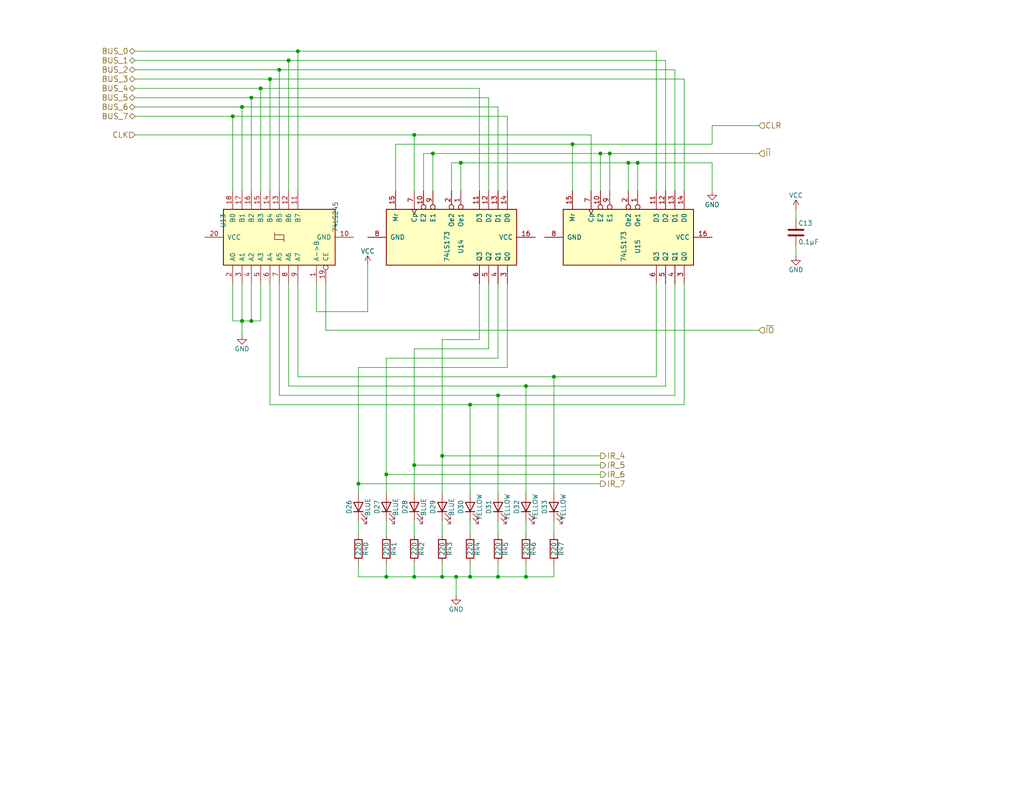
<source format=kicad_sch>
(kicad_sch (version 20211123) (generator eeschema)
  (paper "USLetter")
  (lib_symbols
    (symbol "74xx:74LS173" (pin_names (offset 1.016))
      (property "Reference" "U" (at -7.62 19.05 0))
      (property "Value" "74LS173" (at -7.62 -19.05 0))
      (symbol "74LS173_1_0"
        (pin input inverted (at -12.7 2.54 0) (length 5.08) (name "Oe1") (number "1"))
        (pin input inverted (at -12.7 -7.62 0) (length 5.08) (name "E2") (number "10"))
        (pin input line (at -12.7 7.62 0) (length 5.08) (name "D3") (number "11"))
        (pin input line (at -12.7 10.16 0) (length 5.08) (name "D2") (number "12"))
        (pin input line (at -12.7 12.7 0) (length 5.08) (name "D1") (number "13"))
        (pin input line (at -12.7 15.24 0) (length 5.08) (name "D0") (number "14"))
        (pin input line (at -12.7 -15.24 0) (length 5.08) (name "Mr") (number "15"))
        (pin power_in line (at 0 22.86 270) (length 5.08) (name "VCC") (number "16"))
        (pin input inverted (at -12.7 0 0) (length 5.08) (name "Oe2") (number "2"))
        (pin tri_state line (at 12.7 15.24 180) (length 5.08) (name "Q0") (number "3"))
        (pin tri_state line (at 12.7 12.7 180) (length 5.08) (name "Q1") (number "4"))
        (pin tri_state line (at 12.7 10.16 180) (length 5.08) (name "Q2") (number "5"))
        (pin tri_state line (at 12.7 7.62 180) (length 5.08) (name "Q3") (number "6"))
        (pin input clock (at -12.7 -10.16 0) (length 5.08) (name "Cp") (number "7"))
        (pin power_in line (at 0 -22.86 90) (length 5.08) (name "GND") (number "8"))
        (pin input inverted (at -12.7 -5.08 0) (length 5.08) (name "E1") (number "9"))
      )
      (symbol "74LS173_1_1"
        (rectangle (start -7.62 17.78) (end 7.62 -17.78) (stroke (width 0.254)) (fill (type background)))
      )
    )
    (symbol "74xx:74LS245" (pin_names (offset 1.016))
      (property "Reference" "U" (at -7.62 16.51 0))
      (property "Value" "74LS245" (at -7.62 -16.51 0))
      (symbol "74LS245_1_0"
        (polyline (pts (xy -0.635 -1.27) (xy -0.635 1.27) (xy 0.635 1.27)))
        (polyline (pts (xy -1.27 -1.27) (xy 0.635 -1.27) (xy 0.635 1.27) (xy 1.27 1.27)))
        (pin input line (at -12.7 -10.16 0) (length 5.08) (name "A->B") (number "1"))
        (pin power_in line (at 0 -20.32 90) (length 5.08) (name "GND") (number "10"))
        (pin tri_state line (at 12.7 -5.08 180) (length 5.08) (name "B7") (number "11"))
        (pin tri_state line (at 12.7 -2.54 180) (length 5.08) (name "B6") (number "12"))
        (pin tri_state line (at 12.7 0 180) (length 5.08) (name "B5") (number "13"))
        (pin tri_state line (at 12.7 2.54 180) (length 5.08) (name "B4") (number "14"))
        (pin tri_state line (at 12.7 5.08 180) (length 5.08) (name "B3") (number "15"))
        (pin tri_state line (at 12.7 7.62 180) (length 5.08) (name "B2") (number "16"))
        (pin tri_state line (at 12.7 10.16 180) (length 5.08) (name "B1") (number "17"))
        (pin tri_state line (at 12.7 12.7 180) (length 5.08) (name "B0") (number "18"))
        (pin input inverted (at -12.7 -12.7 0) (length 5.08) (name "CE") (number "19"))
        (pin tri_state line (at -12.7 12.7 0) (length 5.08) (name "A0") (number "2"))
        (pin power_in line (at 0 20.32 270) (length 5.08) (name "VCC") (number "20"))
        (pin tri_state line (at -12.7 10.16 0) (length 5.08) (name "A1") (number "3"))
        (pin tri_state line (at -12.7 7.62 0) (length 5.08) (name "A2") (number "4"))
        (pin tri_state line (at -12.7 5.08 0) (length 5.08) (name "A3") (number "5"))
        (pin tri_state line (at -12.7 2.54 0) (length 5.08) (name "A4") (number "6"))
        (pin tri_state line (at -12.7 0 0) (length 5.08) (name "A5") (number "7"))
        (pin tri_state line (at -12.7 -2.54 0) (length 5.08) (name "A6") (number "8"))
        (pin tri_state line (at -12.7 -5.08 0) (length 5.08) (name "A7") (number "9"))
      )
      (symbol "74LS245_1_1"
        (rectangle (start -7.62 15.24) (end 7.62 -15.24) (stroke (width 0.254)) (fill (type background)))
      )
    )
    (symbol "Device:C" (pin_numbers hide) (pin_names (offset 0.254))
      (property "Reference" "C" (at 0.635 2.54 0))
      (property "Value" "C" (at 0.635 -2.54 0))
      (symbol "C_0_1"
        (polyline (pts (xy -2.032 -0.762) (xy 2.032 -0.762)) (stroke (width 0.508)))
        (polyline (pts (xy -2.032 0.762) (xy 2.032 0.762)) (stroke (width 0.508)))
      )
      (symbol "C_1_1"
        (pin passive line (at 0 3.81 270) (length 2.794) (name "~") (number "1"))
        (pin passive line (at 0 -3.81 90) (length 2.794) (name "~") (number "2"))
      )
    )
    (symbol "Device:LED" (pin_numbers hide) (pin_names (offset 1.016) hide)
      (property "Reference" "D" (at 0 2.54 0))
      (property "Value" "LED" (at 0 -2.54 0))
      (symbol "LED_0_1"
        (polyline (pts (xy -1.27 -1.27) (xy -1.27 1.27)) (stroke (width 0.254)))
        (polyline (pts (xy -1.27 0) (xy 1.27 0)))
        (polyline (pts (xy 1.27 -1.27) (xy 1.27 1.27) (xy -1.27 0) (xy 1.27 -1.27)) (stroke (width 0.254)))
        (polyline (pts (xy -3.048 -0.762) (xy -4.572 -2.286) (xy -3.81 -2.286) (xy -4.572 -2.286) (xy -4.572 -1.524)))
        (polyline (pts (xy -1.778 -0.762) (xy -3.302 -2.286) (xy -2.54 -2.286) (xy -3.302 -2.286) (xy -3.302 -1.524)))
      )
      (symbol "LED_1_1"
        (pin passive line (at -3.81 0 0) (length 2.54) (name "K") (number "1"))
        (pin passive line (at 3.81 0 180) (length 2.54) (name "A") (number "2"))
      )
    )
    (symbol "Device:R" (pin_numbers hide) (pin_names (offset 0))
      (property "Reference" "R" (at 2.032 0 90))
      (property "Value" "R" (at 0 0 90))
      (symbol "R_0_1"
        (rectangle (start -1.016 -2.54) (end 1.016 2.54) (stroke (width 0.254)))
      )
      (symbol "R_1_1"
        (pin passive line (at 0 3.81 270) (length 1.27) (name "~") (number "1"))
        (pin passive line (at 0 -3.81 90) (length 1.27) (name "~") (number "2"))
      )
    )
    (symbol "power:GND" (power) (pin_names (offset 0))
      (property "Value" "GND" (at 0 -3.81 0))
      (symbol "GND_0_1"
        (polyline (pts (xy 0 0) (xy 0 -1.27) (xy 1.27 -1.27) (xy 0 -2.54) (xy -1.27 -1.27) (xy 0 -1.27)))
      )
      (symbol "GND_1_1"
        (pin power_in line (at 0 0 270) (length 0) hide (name "GND") (number "1"))
      )
    )
    (symbol "power:VCC" (power) (pin_names (offset 0))
      (property "Value" "VCC" (at 0 3.81 0))
      (symbol "VCC_0_1"
        (polyline (pts (xy -0.762 1.27) (xy 0 2.54)))
        (polyline (pts (xy 0 0) (xy 0 2.54)))
        (polyline (pts (xy 0 2.54) (xy 0.762 1.27)))
      )
      (symbol "VCC_1_1"
        (pin power_in line (at 0 0 90) (length 0) hide (name "VCC") (number "1"))
      )
    )
  )
  (junction (at 124.46 157.48))
  (junction (at 118.11 41.91))
  (junction (at 120.65 157.48))
  (junction (at 128.27 110.49))
  (junction (at 73.66 21.59))
  (junction (at 135.89 157.48))
  (junction (at 105.41 157.48))
  (junction (at 113.03 127))
  (junction (at 113.03 36.83))
  (junction (at 76.2 19.05))
  (junction (at 68.58 87.63))
  (junction (at 81.28 13.97))
  (junction (at 97.79 132.08))
  (junction (at 166.37 41.91))
  (junction (at 143.51 105.41))
  (junction (at 128.27 157.48))
  (junction (at 173.99 44.45))
  (junction (at 105.41 129.54))
  (junction (at 156.21 39.37))
  (junction (at 63.5 31.75))
  (junction (at 163.83 41.91))
  (junction (at 68.58 26.67))
  (junction (at 66.04 29.21))
  (junction (at 151.13 102.87))
  (junction (at 171.45 44.45))
  (junction (at 135.89 107.95))
  (junction (at 113.03 157.48))
  (junction (at 125.73 44.45))
  (junction (at 143.51 157.48))
  (junction (at 78.74 16.51))
  (junction (at 120.65 124.46))
  (junction (at 66.04 87.63))
  (junction (at 71.12 24.13))
  (wire (pts (xy 68.58 26.67) (xy 133.35 26.67)))
  (wire (pts (xy 163.83 41.91) (xy 163.83 52.07)))
  (wire (pts (xy 97.79 142.24) (xy 97.79 146.05)))
  (wire (pts (xy 184.15 77.47) (xy 184.15 107.95)))
  (wire (pts (xy 88.9 90.17) (xy 207.01 90.17)))
  (wire (pts (xy 120.65 92.71) (xy 120.65 124.46)))
  (wire (pts (xy 156.21 39.37) (xy 194.31 39.37)))
  (wire (pts (xy 36.83 26.67) (xy 68.58 26.67)))
  (wire (pts (xy 120.65 92.71) (xy 130.81 92.71)))
  (wire (pts (xy 105.41 157.48) (xy 113.03 157.48)))
  (wire (pts (xy 166.37 41.91) (xy 207.01 41.91)))
  (wire (pts (xy 36.83 19.05) (xy 76.2 19.05)))
  (wire (pts (xy 120.65 157.48) (xy 124.46 157.48)))
  (wire (pts (xy 151.13 102.87) (xy 151.13 134.62)))
  (wire (pts (xy 135.89 107.95) (xy 135.89 134.62)))
  (wire (pts (xy 128.27 110.49) (xy 186.69 110.49)))
  (wire (pts (xy 194.31 39.37) (xy 194.31 34.29)))
  (wire (pts (xy 113.03 36.83) (xy 161.29 36.83)))
  (wire (pts (xy 135.89 77.47) (xy 135.89 97.79)))
  (wire (pts (xy 181.61 77.47) (xy 181.61 105.41)))
  (wire (pts (xy 97.79 100.33) (xy 97.79 132.08)))
  (wire (pts (xy 66.04 77.47) (xy 66.04 87.63)))
  (wire (pts (xy 113.03 142.24) (xy 113.03 146.05)))
  (wire (pts (xy 161.29 36.83) (xy 161.29 52.07)))
  (wire (pts (xy 63.5 87.63) (xy 66.04 87.63)))
  (wire (pts (xy 76.2 77.47) (xy 76.2 107.95)))
  (wire (pts (xy 71.12 24.13) (xy 130.81 24.13)))
  (wire (pts (xy 128.27 157.48) (xy 135.89 157.48)))
  (wire (pts (xy 217.17 67.31) (xy 217.17 69.85)))
  (wire (pts (xy 163.83 132.08) (xy 97.79 132.08)))
  (wire (pts (xy 186.69 21.59) (xy 186.69 52.07)))
  (wire (pts (xy 113.03 157.48) (xy 120.65 157.48)))
  (wire (pts (xy 179.07 13.97) (xy 179.07 52.07)))
  (wire (pts (xy 143.51 153.67) (xy 143.51 157.48)))
  (wire (pts (xy 113.03 36.83) (xy 113.03 52.07)))
  (wire (pts (xy 163.83 124.46) (xy 120.65 124.46)))
  (wire (pts (xy 217.17 57.15) (xy 217.17 59.69)))
  (wire (pts (xy 105.41 153.67) (xy 105.41 157.48)))
  (wire (pts (xy 81.28 77.47) (xy 81.28 102.87)))
  (wire (pts (xy 130.81 77.47) (xy 130.81 92.71)))
  (wire (pts (xy 163.83 127) (xy 113.03 127)))
  (wire (pts (xy 171.45 44.45) (xy 173.99 44.45)))
  (wire (pts (xy 66.04 29.21) (xy 66.04 52.07)))
  (wire (pts (xy 107.95 39.37) (xy 156.21 39.37)))
  (wire (pts (xy 63.5 31.75) (xy 138.43 31.75)))
  (wire (pts (xy 194.31 44.45) (xy 194.31 52.07)))
  (wire (pts (xy 76.2 19.05) (xy 76.2 52.07)))
  (wire (pts (xy 118.11 41.91) (xy 163.83 41.91)))
  (wire (pts (xy 184.15 19.05) (xy 184.15 52.07)))
  (wire (pts (xy 125.73 44.45) (xy 171.45 44.45)))
  (wire (pts (xy 151.13 142.24) (xy 151.13 146.05)))
  (wire (pts (xy 36.83 16.51) (xy 78.74 16.51)))
  (wire (pts (xy 156.21 39.37) (xy 156.21 52.07)))
  (wire (pts (xy 123.19 44.45) (xy 125.73 44.45)))
  (wire (pts (xy 115.57 41.91) (xy 115.57 52.07)))
  (wire (pts (xy 113.03 153.67) (xy 113.03 157.48)))
  (wire (pts (xy 81.28 102.87) (xy 151.13 102.87)))
  (wire (pts (xy 105.41 97.79) (xy 135.89 97.79)))
  (wire (pts (xy 124.46 157.48) (xy 128.27 157.48)))
  (wire (pts (xy 36.83 21.59) (xy 73.66 21.59)))
  (wire (pts (xy 36.83 31.75) (xy 63.5 31.75)))
  (wire (pts (xy 73.66 21.59) (xy 186.69 21.59)))
  (wire (pts (xy 138.43 77.47) (xy 138.43 100.33)))
  (wire (pts (xy 118.11 41.91) (xy 118.11 52.07)))
  (wire (pts (xy 124.46 162.56) (xy 124.46 157.48)))
  (wire (pts (xy 73.66 77.47) (xy 73.66 110.49)))
  (wire (pts (xy 86.36 85.09) (xy 100.33 85.09)))
  (wire (pts (xy 81.28 13.97) (xy 179.07 13.97)))
  (wire (pts (xy 113.03 95.25) (xy 133.35 95.25)))
  (wire (pts (xy 78.74 16.51) (xy 78.74 52.07)))
  (wire (pts (xy 135.89 107.95) (xy 184.15 107.95)))
  (wire (pts (xy 105.41 97.79) (xy 105.41 129.54)))
  (wire (pts (xy 86.36 77.47) (xy 86.36 85.09)))
  (wire (pts (xy 135.89 157.48) (xy 143.51 157.48)))
  (wire (pts (xy 68.58 26.67) (xy 68.58 52.07)))
  (wire (pts (xy 36.83 29.21) (xy 66.04 29.21)))
  (wire (pts (xy 143.51 142.24) (xy 143.51 146.05)))
  (wire (pts (xy 151.13 102.87) (xy 179.07 102.87)))
  (wire (pts (xy 128.27 110.49) (xy 128.27 134.62)))
  (wire (pts (xy 73.66 110.49) (xy 128.27 110.49)))
  (wire (pts (xy 105.41 129.54) (xy 105.41 134.62)))
  (wire (pts (xy 173.99 44.45) (xy 194.31 44.45)))
  (wire (pts (xy 179.07 77.47) (xy 179.07 102.87)))
  (wire (pts (xy 125.73 44.45) (xy 125.73 52.07)))
  (wire (pts (xy 166.37 41.91) (xy 166.37 52.07)))
  (wire (pts (xy 143.51 105.41) (xy 181.61 105.41)))
  (wire (pts (xy 143.51 105.41) (xy 143.51 134.62)))
  (wire (pts (xy 68.58 77.47) (xy 68.58 87.63)))
  (wire (pts (xy 135.89 153.67) (xy 135.89 157.48)))
  (wire (pts (xy 128.27 142.24) (xy 128.27 146.05)))
  (wire (pts (xy 97.79 157.48) (xy 105.41 157.48)))
  (wire (pts (xy 113.03 127) (xy 113.03 134.62)))
  (wire (pts (xy 133.35 26.67) (xy 133.35 52.07)))
  (wire (pts (xy 105.41 142.24) (xy 105.41 146.05)))
  (wire (pts (xy 71.12 77.47) (xy 71.12 87.63)))
  (wire (pts (xy 88.9 77.47) (xy 88.9 90.17)))
  (wire (pts (xy 186.69 77.47) (xy 186.69 110.49)))
  (wire (pts (xy 73.66 21.59) (xy 73.66 52.07)))
  (wire (pts (xy 135.89 142.24) (xy 135.89 146.05)))
  (wire (pts (xy 68.58 87.63) (xy 71.12 87.63)))
  (wire (pts (xy 130.81 24.13) (xy 130.81 52.07)))
  (wire (pts (xy 163.83 129.54) (xy 105.41 129.54)))
  (wire (pts (xy 143.51 157.48) (xy 151.13 157.48)))
  (wire (pts (xy 194.31 34.29) (xy 207.01 34.29)))
  (wire (pts (xy 100.33 85.09) (xy 100.33 72.39)))
  (wire (pts (xy 120.65 153.67) (xy 120.65 157.48)))
  (wire (pts (xy 36.83 24.13) (xy 71.12 24.13)))
  (wire (pts (xy 107.95 39.37) (xy 107.95 52.07)))
  (wire (pts (xy 151.13 157.48) (xy 151.13 153.67)))
  (wire (pts (xy 66.04 29.21) (xy 135.89 29.21)))
  (wire (pts (xy 63.5 77.47) (xy 63.5 87.63)))
  (wire (pts (xy 78.74 77.47) (xy 78.74 105.41)))
  (wire (pts (xy 135.89 29.21) (xy 135.89 52.07)))
  (wire (pts (xy 66.04 87.63) (xy 68.58 87.63)))
  (wire (pts (xy 171.45 44.45) (xy 171.45 52.07)))
  (wire (pts (xy 36.83 36.83) (xy 113.03 36.83)))
  (wire (pts (xy 181.61 16.51) (xy 181.61 52.07)))
  (wire (pts (xy 78.74 16.51) (xy 181.61 16.51)))
  (wire (pts (xy 97.79 153.67) (xy 97.79 157.48)))
  (wire (pts (xy 120.65 142.24) (xy 120.65 146.05)))
  (wire (pts (xy 66.04 87.63) (xy 66.04 91.44)))
  (wire (pts (xy 163.83 41.91) (xy 166.37 41.91)))
  (wire (pts (xy 63.5 31.75) (xy 63.5 52.07)))
  (wire (pts (xy 78.74 105.41) (xy 143.51 105.41)))
  (wire (pts (xy 36.83 13.97) (xy 81.28 13.97)))
  (wire (pts (xy 113.03 95.25) (xy 113.03 127)))
  (wire (pts (xy 76.2 19.05) (xy 184.15 19.05)))
  (wire (pts (xy 133.35 77.47) (xy 133.35 95.25)))
  (wire (pts (xy 115.57 41.91) (xy 118.11 41.91)))
  (wire (pts (xy 81.28 13.97) (xy 81.28 52.07)))
  (wire (pts (xy 97.79 100.33) (xy 138.43 100.33)))
  (wire (pts (xy 76.2 107.95) (xy 135.89 107.95)))
  (wire (pts (xy 120.65 124.46) (xy 120.65 134.62)))
  (wire (pts (xy 97.79 132.08) (xy 97.79 134.62)))
  (wire (pts (xy 138.43 31.75) (xy 138.43 52.07)))
  (wire (pts (xy 123.19 44.45) (xy 123.19 52.07)))
  (wire (pts (xy 128.27 153.67) (xy 128.27 157.48)))
  (wire (pts (xy 173.99 44.45) (xy 173.99 52.07)))
  (wire (pts (xy 71.12 24.13) (xy 71.12 52.07)))
  (hierarchical_label "BUS_4" (shape bidirectional) (at 36.83 24.13 180) (effects (font (size 1.524 1.524))))
  (hierarchical_label "BUS_6" (shape bidirectional) (at 36.83 29.21 180) (effects (font (size 1.524 1.524))))
  (hierarchical_label "BUS_1" (shape bidirectional) (at 36.83 16.51 180) (effects (font (size 1.524 1.524))))
  (hierarchical_label "IR_5" (shape output) (at 163.83 127 0) (effects (font (size 1.524 1.524))))
  (hierarchical_label "CLK" (shape input) (at 36.83 36.83 180) (effects (font (size 1.524 1.524))))
  (hierarchical_label "IR_6" (shape output) (at 163.83 129.54 0) (effects (font (size 1.524 1.524))))
  (hierarchical_label "BUS_2" (shape bidirectional) (at 36.83 19.05 180) (effects (font (size 1.524 1.524))))
  (hierarchical_label "IR_7" (shape output) (at 163.83 132.08 0) (effects (font (size 1.524 1.524))))
  (hierarchical_label "BUS_5" (shape bidirectional) (at 36.83 26.67 180) (effects (font (size 1.524 1.524))))
  (hierarchical_label "CLR" (shape input) (at 207.01 34.29 0) (effects (font (size 1.524 1.524))))
  (hierarchical_label "BUS_3" (shape bidirectional) (at 36.83 21.59 180) (effects (font (size 1.524 1.524))))
  (hierarchical_label "BUS_7" (shape bidirectional) (at 36.83 31.75 180) (effects (font (size 1.524 1.524))))
  (hierarchical_label "IR_4" (shape output) (at 163.83 124.46 0) (effects (font (size 1.524 1.524))))
  (hierarchical_label "~{IO}" (shape input) (at 207.01 90.17 0) (effects (font (size 1.524 1.524))))
  (hierarchical_label "BUS_0" (shape bidirectional) (at 36.83 13.97 180) (effects (font (size 1.524 1.524))))
  (hierarchical_label "~{II}" (shape input) (at 207.01 41.91 0) (effects (font (size 1.524 1.524))))
  (symbol (lib_id "Device:LED") (at 97.79 138.43 90) (unit 1)
    (property "Reference" "D26" (at 95.25 138.43 0))
    (property "Value" "BLUE" (at 100.33 138.43 0))
    (property "Footprint" "LED_THT:LED_D5.0mm" (effects hide))
  )
  (symbol (lib_id "Device:LED") (at 120.65 138.43 90) (unit 1)
    (property "Reference" "D29" (at 118.11 138.43 0))
    (property "Value" "BLUE" (at 123.19 138.43 0))
    (property "Footprint" "LED_THT:LED_D5.0mm" (effects hide))
  )
  (symbol (lib_id "Device:LED") (at 128.27 138.43 90) (unit 1)
    (property "Reference" "D30" (at 125.73 138.43 0))
    (property "Value" "YELLOW" (at 130.81 138.43 0))
    (property "Footprint" "LED_THT:LED_D5.0mm" (effects hide))
  )
  (symbol (lib_id "Device:LED") (at 135.89 138.43 90) (unit 1)
    (property "Reference" "D31" (at 133.35 138.43 0))
    (property "Value" "YELLOW" (at 138.43 138.43 0))
    (property "Footprint" "LED_THT:LED_D5.0mm" (effects hide))
  )
  (symbol (lib_id "Device:R") (at 128.27 149.86 0) (unit 1)
    (property "Reference" "R44" (at 130.302 149.86 90))
    (property "Value" "220" (at 128.27 149.86 90))
    (property "Footprint" "Resistor_THT:R_Axial_DIN0207_L6.3mm_D2.5mm_P7.62mm_Horizontal" (effects hide))
  )
  (symbol (lib_id "power:GND") (at 66.04 91.44 0) (unit 1)
    (property "Reference" "#PWR027" (effects hide))
    (property "Value" "GND" (at 66.04 95.25 0))
  )
  (symbol (lib_id "74xx:74LS173") (at 123.19 64.77 270) (unit 1)
    (property "Reference" "U14" (at 125.73 67.31 0))
    (property "Value" "74LS173" (at 121.92 67.31 0))
    (property "Footprint" "Package_DIP:DIP-16_W7.62mm" (effects hide))
    (property "Datasheet" "http://www.ti.com/lit/gpn/sn74LS173" (effects hide))
  )
  (symbol (lib_id "74xx:74LS173") (at 171.45 64.77 270) (unit 1)
    (property "Reference" "U15" (at 173.99 67.31 0))
    (property "Value" "74LS173" (at 170.18 67.31 0))
    (property "Footprint" "Package_DIP:DIP-16_W7.62mm" (effects hide))
    (property "Datasheet" "http://www.ti.com/lit/gpn/sn74LS173" (effects hide))
  )
  (symbol (lib_id "74xx:74LS245") (at 76.2 64.77 90) (unit 1)
    (property "Reference" "U13" (at 61.595 62.23 0) (effects (justify left bottom)))
    (property "Value" "74LS245" (at 90.805 63.5 0) (effects (justify left top)))
    (property "Footprint" "Package_DIP:DIP-20_W7.62mm" (effects hide))
    (property "Datasheet" "http://www.ti.com/lit/gpn/sn74LS245" (effects hide))
  )
  (symbol (lib_id "Device:LED") (at 105.41 138.43 90) (unit 1)
    (property "Reference" "D27" (at 102.87 138.43 0))
    (property "Value" "BLUE" (at 107.95 138.43 0))
    (property "Footprint" "LED_THT:LED_D5.0mm" (effects hide))
  )
  (symbol (lib_id "Device:LED") (at 113.03 138.43 90) (unit 1)
    (property "Reference" "D28" (at 110.49 138.43 0))
    (property "Value" "BLUE" (at 115.57 138.43 0))
    (property "Footprint" "LED_THT:LED_D5.0mm" (effects hide))
  )
  (symbol (lib_id "Device:LED") (at 143.51 138.43 90) (unit 1)
    (property "Reference" "D32" (at 140.97 138.43 0))
    (property "Value" "YELLOW" (at 146.05 138.43 0))
    (property "Footprint" "LED_THT:LED_D5.0mm" (effects hide))
  )
  (symbol (lib_id "Device:LED") (at 151.13 138.43 90) (unit 1)
    (property "Reference" "D33" (at 148.59 138.43 0))
    (property "Value" "YELLOW" (at 153.67 138.43 0))
    (property "Footprint" "LED_THT:LED_D5.0mm" (effects hide))
  )
  (symbol (lib_id "Device:R") (at 97.79 149.86 0) (unit 1)
    (property "Reference" "R40" (at 99.822 149.86 90))
    (property "Value" "220" (at 97.79 149.86 90))
    (property "Footprint" "Resistor_THT:R_Axial_DIN0207_L6.3mm_D2.5mm_P7.62mm_Horizontal" (effects hide))
  )
  (symbol (lib_id "Device:R") (at 105.41 149.86 0) (unit 1)
    (property "Reference" "R41" (at 107.442 149.86 90))
    (property "Value" "220" (at 105.41 149.86 90))
    (property "Footprint" "Resistor_THT:R_Axial_DIN0207_L6.3mm_D2.5mm_P7.62mm_Horizontal" (effects hide))
  )
  (symbol (lib_id "Device:R") (at 113.03 149.86 0) (unit 1)
    (property "Reference" "R42" (at 115.062 149.86 90))
    (property "Value" "220" (at 113.03 149.86 90))
    (property "Footprint" "Resistor_THT:R_Axial_DIN0207_L6.3mm_D2.5mm_P7.62mm_Horizontal" (effects hide))
  )
  (symbol (lib_id "Device:R") (at 120.65 149.86 0) (unit 1)
    (property "Reference" "R43" (at 122.682 149.86 90))
    (property "Value" "220" (at 120.65 149.86 90))
    (property "Footprint" "Resistor_THT:R_Axial_DIN0207_L6.3mm_D2.5mm_P7.62mm_Horizontal" (effects hide))
  )
  (symbol (lib_id "Device:R") (at 135.89 149.86 0) (unit 1)
    (property "Reference" "R45" (at 137.922 149.86 90))
    (property "Value" "220" (at 135.89 149.86 90))
    (property "Footprint" "Resistor_THT:R_Axial_DIN0207_L6.3mm_D2.5mm_P7.62mm_Horizontal" (effects hide))
  )
  (symbol (lib_id "Device:R") (at 143.51 149.86 0) (unit 1)
    (property "Reference" "R46" (at 145.542 149.86 90))
    (property "Value" "220" (at 143.51 149.86 90))
    (property "Footprint" "Resistor_THT:R_Axial_DIN0207_L6.3mm_D2.5mm_P7.62mm_Horizontal" (effects hide))
  )
  (symbol (lib_id "Device:R") (at 151.13 149.86 0) (unit 1)
    (property "Reference" "R47" (at 153.162 149.86 90))
    (property "Value" "220" (at 151.13 149.86 90))
    (property "Footprint" "Resistor_THT:R_Axial_DIN0207_L6.3mm_D2.5mm_P7.62mm_Horizontal" (effects hide))
  )
  (symbol (lib_id "power:GND") (at 124.46 162.56 0) (unit 1)
    (property "Reference" "#PWR024" (effects hide))
    (property "Value" "GND" (at 124.46 166.37 0))
  )
  (symbol (lib_id "power:VCC") (at 100.33 72.39 0) (unit 1)
    (property "Reference" "#PWR025" (effects hide))
    (property "Value" "VCC" (at 100.33 68.58 0))
  )
  (symbol (lib_id "power:GND") (at 194.31 52.07 0) (unit 1)
    (property "Reference" "#PWR026" (effects hide))
    (property "Value" "GND" (at 194.31 55.88 0))
  )
  (symbol (lib_id "Device:C") (at 217.17 63.5 0) (unit 1)
    (property "Reference" "C13" (at 217.805 60.96 0) (effects (justify left)))
    (property "Value" "0.1µF" (at 217.805 66.04 0) (effects (justify left)))
    (property "Footprint" "Capacitor_THT:C_Disc_D4.3mm_W1.9mm_P5.00mm" (effects hide))
  )
  (symbol (lib_id "power:GND") (at 217.17 69.85 0) (unit 1)
    (property "Reference" "#PWR028" (effects hide))
    (property "Value" "GND" (at 217.17 73.66 0))
  )
  (symbol (lib_id "power:VCC") (at 217.17 57.15 0) (unit 1)
    (property "Reference" "#PWR029" (effects hide))
    (property "Value" "VCC" (at 217.17 53.34 0))
  )
)
</source>
